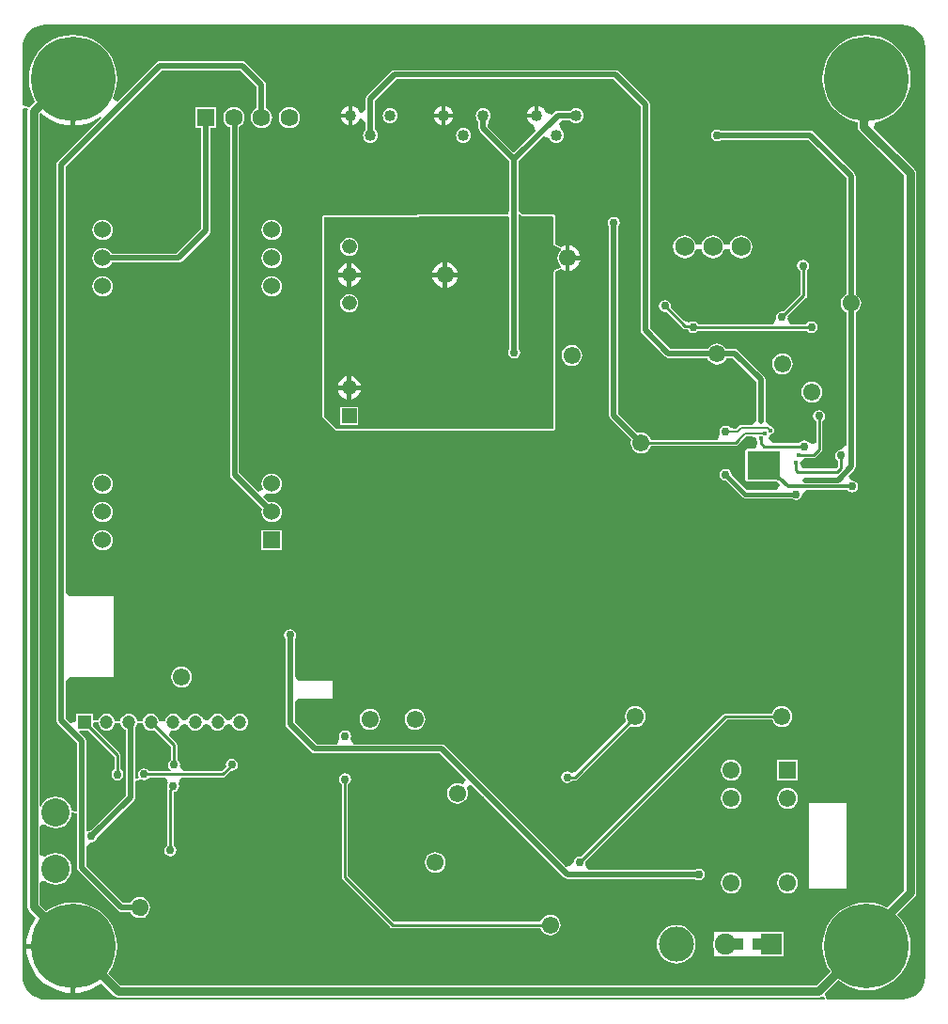
<source format=gbl>
G04*
G04 #@! TF.GenerationSoftware,Altium Limited,Altium Designer,20.0.11 (256)*
G04*
G04 Layer_Physical_Order=2*
G04 Layer_Color=16711680*
%FSLAX25Y25*%
%MOIN*%
G70*
G01*
G75*
%ADD15C,0.01000*%
%ADD18C,0.00800*%
%ADD122C,0.04000*%
%ADD125C,0.02000*%
%ADD126C,0.01500*%
%ADD127C,0.01200*%
%ADD129C,0.03000*%
%ADD134C,0.06000*%
%ADD135R,0.06000X0.06000*%
%ADD136C,0.10000*%
%ADD137R,0.06102X0.06102*%
%ADD138C,0.06102*%
%ADD139C,0.05228*%
%ADD140R,0.05228X0.05228*%
%ADD141C,0.30000*%
%ADD142R,0.07500X0.07500*%
%ADD143C,0.07500*%
%ADD144C,0.12500*%
%ADD145C,0.06890*%
%ADD146C,0.04724*%
%ADD147R,0.04724X0.04724*%
%ADD148R,0.06260X0.06260*%
%ADD149C,0.06260*%
%ADD150R,0.02000X0.02000*%
%ADD151R,0.02000X0.04000*%
%ADD152C,0.01968*%
%ADD153C,0.03000*%
%ADD154C,0.01600*%
%ADD155R,0.03500X0.04100*%
%ADD156R,0.04300X0.04100*%
%ADD157R,0.11458X0.10335*%
G36*
X20250Y311514D02*
X21658Y311606D01*
X23780Y312028D01*
X25828Y312723D01*
X27768Y313680D01*
X29269Y314683D01*
X29587Y314294D01*
X14047Y298753D01*
X13693Y298224D01*
X13569Y297600D01*
Y100798D01*
X13693Y100174D01*
X14047Y99645D01*
X20969Y92723D01*
Y68750D01*
X20604Y68409D01*
X19011Y68513D01*
X18911Y68576D01*
X18794Y69462D01*
X18230Y70824D01*
X17332Y71994D01*
X16162Y72892D01*
X14800Y73456D01*
X13338Y73648D01*
X11876Y73456D01*
X10514Y72892D01*
X9344Y71994D01*
X8446Y70824D01*
X8141Y70087D01*
X7641Y70186D01*
Y315613D01*
X8089Y316061D01*
X9434Y314882D01*
X11232Y313680D01*
X13172Y312723D01*
X15220Y312028D01*
X17342Y311606D01*
X18750Y311514D01*
Y328000D01*
X20250D01*
Y311514D01*
D02*
G37*
G36*
X44287Y99227D02*
X44586Y98506D01*
X45061Y97887D01*
X45679Y97413D01*
X46400Y97114D01*
X47173Y97012D01*
X47947Y97114D01*
X48319Y97268D01*
X54207Y91380D01*
Y86616D01*
X53814Y86354D01*
X53350Y85659D01*
X53187Y84840D01*
X53350Y84021D01*
X53814Y83326D01*
X54120Y83122D01*
X53969Y82622D01*
X46501D01*
X46238Y83014D01*
X45544Y83478D01*
X44724Y83641D01*
X43905Y83478D01*
X43210Y83014D01*
X42746Y82319D01*
X42583Y81500D01*
X42746Y80681D01*
X42840Y80540D01*
X42680Y80067D01*
X42131Y79880D01*
X41683Y80132D01*
X41636Y80192D01*
X41631Y80201D01*
Y81500D01*
X41600Y81658D01*
Y84842D01*
X41631Y85000D01*
Y98173D01*
X41887Y98506D01*
X42185Y99227D01*
X42261Y99802D01*
X44212D01*
X44287Y99227D01*
D02*
G37*
G36*
X28447Y99930D02*
X28539Y99227D01*
X28838Y98506D01*
X29313Y97887D01*
X29931Y97413D01*
X30652Y97114D01*
X31425Y97012D01*
X32199Y97114D01*
X32919Y97413D01*
X33538Y97887D01*
X34013Y98506D01*
X34311Y99227D01*
X34387Y99802D01*
X36338D01*
X36413Y99227D01*
X36712Y98506D01*
X37187Y97887D01*
X37805Y97413D01*
X38369Y97179D01*
Y85000D01*
X38400Y84842D01*
Y81658D01*
X38369Y81500D01*
Y74148D01*
X25821Y61600D01*
X25208Y61478D01*
X24731Y61159D01*
X24231Y61423D01*
Y93398D01*
X24107Y94023D01*
X23753Y94552D01*
X21730Y96576D01*
X21921Y97038D01*
X24927D01*
X34154Y87811D01*
Y83176D01*
X33762Y82914D01*
X33297Y82219D01*
X33134Y81400D01*
X33297Y80581D01*
X33762Y79886D01*
X34456Y79422D01*
X35276Y79259D01*
X36095Y79422D01*
X36790Y79886D01*
X37254Y80581D01*
X37417Y81400D01*
X37254Y82219D01*
X36790Y82914D01*
X36397Y83176D01*
Y88276D01*
X36312Y88705D01*
X36069Y89069D01*
X36069Y89069D01*
X26513Y98624D01*
Y99691D01*
X26878Y100033D01*
X28447Y99930D01*
D02*
G37*
G36*
X313500Y347369D02*
Y347369D01*
X315408Y347147D01*
X316711Y346752D01*
X318162Y345976D01*
X319433Y344933D01*
X320476Y343661D01*
X321252Y342211D01*
X321647Y340908D01*
X321869Y339000D01*
X321869Y339000D01*
X321869Y339000D01*
X321869Y337000D01*
Y10000D01*
X321869Y10000D01*
X321869Y10000D01*
X321647Y8092D01*
X321252Y6789D01*
X320476Y5339D01*
X319433Y4067D01*
X318162Y3024D01*
X316711Y2248D01*
X315408Y1853D01*
X313500Y1631D01*
X313500Y1631D01*
X311500Y1631D01*
X286988D01*
X286159Y3631D01*
X291029Y8501D01*
X291802Y7840D01*
X293896Y6557D01*
X296164Y5618D01*
X298552Y5044D01*
X301000Y4852D01*
X303448Y5044D01*
X305836Y5618D01*
X308104Y6557D01*
X310198Y7840D01*
X312065Y9435D01*
X313660Y11302D01*
X314943Y13396D01*
X315882Y15664D01*
X316456Y18052D01*
X316648Y20500D01*
X316456Y22948D01*
X315882Y25336D01*
X314943Y27604D01*
X313660Y29698D01*
X312065Y31565D01*
X312044Y32093D01*
X318014Y38063D01*
X318478Y38758D01*
X318641Y39577D01*
Y294500D01*
X318478Y295319D01*
X318014Y296014D01*
X303487Y310541D01*
X303477Y311042D01*
X304145Y312712D01*
X305836Y313118D01*
X308104Y314057D01*
X310198Y315340D01*
X312065Y316935D01*
X313660Y318802D01*
X314943Y320896D01*
X315882Y323164D01*
X316456Y325552D01*
X316648Y328000D01*
X316456Y330448D01*
X315882Y332836D01*
X314943Y335104D01*
X313660Y337198D01*
X312065Y339065D01*
X310198Y340660D01*
X308104Y341943D01*
X305836Y342882D01*
X303448Y343456D01*
X301000Y343648D01*
X298552Y343456D01*
X296164Y342882D01*
X293896Y341943D01*
X291802Y340660D01*
X289935Y339065D01*
X288340Y337198D01*
X287057Y335104D01*
X286118Y332836D01*
X285544Y330448D01*
X285352Y328000D01*
X285544Y325552D01*
X286118Y323164D01*
X287057Y320896D01*
X288340Y318802D01*
X289935Y316935D01*
X291802Y315340D01*
X293896Y314057D01*
X296164Y313118D01*
X297859Y312711D01*
Y311000D01*
X298022Y310181D01*
X298486Y309486D01*
X314359Y293613D01*
Y40464D01*
X308249Y34354D01*
X308104Y34443D01*
X305836Y35382D01*
X303448Y35956D01*
X301000Y36148D01*
X298552Y35956D01*
X296164Y35382D01*
X293896Y34443D01*
X291802Y33160D01*
X289935Y31565D01*
X288340Y29698D01*
X287057Y27604D01*
X286118Y25336D01*
X285544Y22948D01*
X285352Y20500D01*
X285544Y18052D01*
X286118Y15664D01*
X287057Y13396D01*
X288125Y11653D01*
X283113Y6641D01*
X36387D01*
X31960Y11068D01*
X32160Y11302D01*
X33443Y13396D01*
X34382Y15664D01*
X34956Y18052D01*
X35148Y20500D01*
X34956Y22948D01*
X34382Y25336D01*
X33443Y27604D01*
X32160Y29698D01*
X30565Y31565D01*
X28698Y33160D01*
X26604Y34443D01*
X24336Y35382D01*
X21948Y35956D01*
X19500Y36148D01*
X17052Y35956D01*
X14664Y35382D01*
X12396Y34443D01*
X10302Y33160D01*
X10068Y32960D01*
X7641Y35387D01*
Y42940D01*
X8513Y43486D01*
X9641Y43778D01*
X10514Y43108D01*
X11876Y42544D01*
X13338Y42352D01*
X14800Y42544D01*
X16162Y43108D01*
X17332Y44006D01*
X18230Y45176D01*
X18794Y46538D01*
X18986Y48000D01*
X18794Y49462D01*
X18230Y50824D01*
X17332Y51994D01*
X16162Y52892D01*
X14800Y53456D01*
X13338Y53648D01*
X11876Y53456D01*
X10514Y52892D01*
X9641Y52222D01*
X8513Y52514D01*
X7641Y53060D01*
Y62940D01*
X8513Y63486D01*
X9641Y63778D01*
X10514Y63108D01*
X11876Y62544D01*
X13338Y62352D01*
X14800Y62544D01*
X16162Y63108D01*
X17332Y64006D01*
X18230Y65176D01*
X18794Y66538D01*
X18969Y67865D01*
X20969Y67734D01*
Y48400D01*
X21093Y47776D01*
X21447Y47247D01*
X35527Y33166D01*
X36056Y32813D01*
X36680Y32688D01*
X39884D01*
X39971Y32478D01*
X40556Y31716D01*
X41319Y31130D01*
X42207Y30762D01*
X43160Y30637D01*
X43723Y30711D01*
X44241Y30608D01*
X44241Y30608D01*
X44865Y30732D01*
X45394Y31086D01*
X45748Y31615D01*
X45748Y31615D01*
X45769Y31721D01*
X46350Y32478D01*
X46718Y33367D01*
X46843Y34320D01*
X46718Y35273D01*
X46350Y36161D01*
X45764Y36924D01*
X45002Y37509D01*
X44114Y37877D01*
X43160Y38002D01*
X42207Y37877D01*
X41319Y37509D01*
X40556Y36924D01*
X39971Y36161D01*
X39884Y35951D01*
X37356D01*
X24231Y49076D01*
Y55832D01*
X24358Y56052D01*
X26028Y57359D01*
X26847Y57522D01*
X27542Y57986D01*
X28006Y58681D01*
X28128Y59293D01*
X41153Y72319D01*
X41507Y72848D01*
X41631Y73472D01*
Y78819D01*
X42145Y79198D01*
X43631Y79705D01*
X43905Y79522D01*
X44724Y79359D01*
X45544Y79522D01*
X46238Y79986D01*
X46501Y80378D01*
X52316D01*
X52580Y80052D01*
X53202Y78378D01*
X53069Y78179D01*
X52906Y77360D01*
X53069Y76540D01*
X53129Y76451D01*
X52964Y76203D01*
X52878Y75774D01*
X52878Y75774D01*
Y56272D01*
X52486Y56010D01*
X52022Y55315D01*
X51859Y54496D01*
X52022Y53677D01*
X52486Y52982D01*
X53181Y52518D01*
X54000Y52355D01*
X54819Y52518D01*
X55514Y52982D01*
X55978Y53677D01*
X56141Y54496D01*
X55978Y55315D01*
X55514Y56010D01*
X55122Y56272D01*
Y75234D01*
X55867Y75382D01*
X56561Y75846D01*
X57025Y76540D01*
X57188Y77360D01*
X57025Y78179D01*
X56892Y78378D01*
X57514Y80052D01*
X57778Y80378D01*
X72660D01*
X72660Y80378D01*
X73089Y80464D01*
X73453Y80707D01*
X75597Y82851D01*
X75910Y82789D01*
X76729Y82952D01*
X77424Y83416D01*
X77888Y84111D01*
X78051Y84930D01*
X77888Y85750D01*
X77424Y86444D01*
X76729Y86909D01*
X75910Y87072D01*
X75090Y86909D01*
X74396Y86444D01*
X73932Y85750D01*
X73769Y84930D01*
X73891Y84317D01*
X72195Y82622D01*
X58777D01*
X58365Y83014D01*
X57426Y84622D01*
X57469Y84840D01*
X57306Y85659D01*
X56842Y86354D01*
X56450Y86616D01*
Y91845D01*
X56450Y91845D01*
X56364Y92274D01*
X56121Y92638D01*
X56121Y92638D01*
X53482Y95277D01*
X54071Y96642D01*
X54504Y97084D01*
X55047Y97012D01*
X55821Y97114D01*
X56541Y97413D01*
X57160Y97887D01*
X57635Y98506D01*
X57859Y99046D01*
X58984Y99283D01*
X60110Y99046D01*
X60334Y98506D01*
X60809Y97887D01*
X61427Y97413D01*
X62148Y97114D01*
X62921Y97012D01*
X63695Y97114D01*
X64415Y97413D01*
X65034Y97887D01*
X65509Y98506D01*
X65733Y99046D01*
X66858Y99283D01*
X67984Y99046D01*
X68208Y98506D01*
X68683Y97887D01*
X69301Y97413D01*
X70022Y97114D01*
X70795Y97012D01*
X71569Y97114D01*
X72289Y97413D01*
X72908Y97887D01*
X73383Y98506D01*
X73606Y99046D01*
X74732Y99283D01*
X75858Y99046D01*
X76082Y98506D01*
X76557Y97887D01*
X77175Y97413D01*
X77896Y97114D01*
X78669Y97012D01*
X79443Y97114D01*
X80163Y97413D01*
X80782Y97887D01*
X81257Y98506D01*
X81555Y99227D01*
X81657Y100000D01*
X81555Y100773D01*
X81257Y101494D01*
X80782Y102113D01*
X80163Y102587D01*
X79443Y102886D01*
X78669Y102988D01*
X77896Y102886D01*
X77175Y102587D01*
X76557Y102113D01*
X76082Y101494D01*
X75858Y100954D01*
X74732Y100717D01*
X73606Y100954D01*
X73383Y101494D01*
X72908Y102113D01*
X72289Y102587D01*
X71569Y102886D01*
X70795Y102988D01*
X70022Y102886D01*
X69301Y102587D01*
X68683Y102113D01*
X68208Y101494D01*
X67984Y100954D01*
X66858Y100717D01*
X65733Y100954D01*
X65509Y101494D01*
X65034Y102113D01*
X64415Y102587D01*
X63695Y102886D01*
X62921Y102988D01*
X62148Y102886D01*
X61427Y102587D01*
X60809Y102113D01*
X60334Y101494D01*
X60110Y100954D01*
X58984Y100717D01*
X57859Y100954D01*
X57635Y101494D01*
X57160Y102113D01*
X56541Y102587D01*
X55821Y102886D01*
X55047Y102988D01*
X54274Y102886D01*
X53553Y102587D01*
X52935Y102113D01*
X52460Y101494D01*
X52161Y100773D01*
X52119Y100451D01*
X50102D01*
X50059Y100773D01*
X49761Y101494D01*
X49286Y102113D01*
X48667Y102587D01*
X47947Y102886D01*
X47173Y102988D01*
X46400Y102886D01*
X45679Y102587D01*
X45061Y102113D01*
X44586Y101494D01*
X44287Y100773D01*
X44245Y100451D01*
X42228D01*
X42185Y100773D01*
X41887Y101494D01*
X41412Y102113D01*
X40793Y102587D01*
X40073Y102886D01*
X39299Y102988D01*
X38526Y102886D01*
X37805Y102587D01*
X37187Y102113D01*
X36712Y101494D01*
X36413Y100773D01*
X36371Y100451D01*
X34354D01*
X34311Y100773D01*
X34013Y101494D01*
X33538Y102113D01*
X32919Y102587D01*
X32199Y102886D01*
X31425Y102988D01*
X30652Y102886D01*
X29931Y102587D01*
X29313Y102113D01*
X28838Y101494D01*
X28539Y100773D01*
X28513Y100577D01*
X26513Y100708D01*
Y102962D01*
X20589D01*
Y100330D01*
X18741Y99564D01*
X16831Y101474D01*
Y114607D01*
X18254Y116000D01*
X18831Y116000D01*
X34000D01*
Y144500D01*
X18831D01*
X18254Y144500D01*
X16831Y145893D01*
Y296924D01*
X51016Y331109D01*
X78824D01*
X84757Y325177D01*
Y317692D01*
X84507Y317589D01*
X83728Y316991D01*
X83130Y316212D01*
X82754Y315304D01*
X82626Y314331D01*
X82754Y313357D01*
X83130Y312449D01*
X83728Y311670D01*
X84507Y311072D01*
X85414Y310697D01*
X86388Y310568D01*
X87362Y310697D01*
X88269Y311072D01*
X89048Y311670D01*
X89646Y312449D01*
X90022Y313357D01*
X90150Y314331D01*
X90022Y315304D01*
X89646Y316212D01*
X89048Y316991D01*
X88269Y317589D01*
X88019Y317692D01*
Y325852D01*
X87895Y326477D01*
X87542Y327006D01*
X80654Y333894D01*
X80124Y334247D01*
X79500Y334371D01*
X50340D01*
X49716Y334247D01*
X49187Y333894D01*
X35149Y319856D01*
X33443Y320896D01*
X34382Y323164D01*
X34956Y325552D01*
X35148Y328000D01*
X34956Y330448D01*
X34382Y332836D01*
X33443Y335104D01*
X32160Y337198D01*
X30565Y339065D01*
X28698Y340660D01*
X26604Y341943D01*
X24336Y342882D01*
X21948Y343456D01*
X19500Y343648D01*
X17052Y343456D01*
X14664Y342882D01*
X12396Y341943D01*
X10302Y340660D01*
X8435Y339065D01*
X6840Y337198D01*
X5557Y335104D01*
X4618Y332836D01*
X4044Y330448D01*
X3852Y328000D01*
X4044Y325552D01*
X4618Y323164D01*
X5557Y320896D01*
X6055Y320083D01*
X3986Y318014D01*
X1954Y318521D01*
X1631Y318742D01*
Y339000D01*
X1617Y339073D01*
X1771Y340637D01*
X2248Y342211D01*
X3024Y343661D01*
X4067Y344933D01*
X5339Y345976D01*
X6789Y346752D01*
X8092Y347147D01*
X10000Y347369D01*
Y347369D01*
X12000Y347369D01*
X313500D01*
X313500Y347369D01*
D02*
G37*
G36*
X3100Y317566D02*
X3522Y317319D01*
X3359Y316500D01*
Y34500D01*
X3522Y33681D01*
X3986Y32986D01*
X6393Y30579D01*
X6382Y30566D01*
X5180Y28768D01*
X4223Y26828D01*
X3528Y24780D01*
X3106Y22658D01*
X3014Y21250D01*
X19500D01*
Y20500D01*
X20250D01*
Y4014D01*
X21658Y4106D01*
X23780Y4528D01*
X25828Y5223D01*
X27768Y6180D01*
X29566Y7382D01*
X29579Y7393D01*
X33986Y2986D01*
X34681Y2522D01*
X35500Y2359D01*
X284000D01*
X284819Y2522D01*
X285254Y2812D01*
X285856Y2667D01*
X286113Y2047D01*
X285835Y1631D01*
X10000D01*
X10000Y1631D01*
Y1631D01*
X9511Y1658D01*
X8363Y1771D01*
X6789Y2248D01*
X5339Y3024D01*
X4067Y4067D01*
X3024Y5339D01*
X2248Y6789D01*
X1771Y8363D01*
X1658Y9511D01*
X1631Y10000D01*
X1631D01*
Y317439D01*
X2131Y317808D01*
X3100Y317566D01*
D02*
G37*
%LPC*%
G36*
X183250Y318431D02*
X183086Y318410D01*
X182235Y318057D01*
X181504Y317496D01*
X180943Y316765D01*
X180590Y315914D01*
X180569Y315750D01*
X183250D01*
Y318431D01*
D02*
G37*
G36*
X151750D02*
Y315750D01*
X154431D01*
X154410Y315914D01*
X154057Y316765D01*
X153496Y317496D01*
X152765Y318057D01*
X151914Y318410D01*
X151750Y318431D01*
D02*
G37*
G36*
X150250D02*
X150086Y318410D01*
X149235Y318057D01*
X148504Y317496D01*
X147943Y316765D01*
X147590Y315914D01*
X147569Y315750D01*
X150250D01*
Y318431D01*
D02*
G37*
G36*
X117250D02*
X117086Y318410D01*
X116235Y318057D01*
X115504Y317496D01*
X114943Y316765D01*
X114590Y315914D01*
X114568Y315750D01*
X117250D01*
Y318431D01*
D02*
G37*
G36*
X132000Y317622D02*
X131321Y317533D01*
X130689Y317271D01*
X130146Y316854D01*
X129729Y316311D01*
X129467Y315679D01*
X129378Y315000D01*
X129467Y314321D01*
X129729Y313689D01*
X130146Y313146D01*
X130689Y312729D01*
X131321Y312467D01*
X132000Y312378D01*
X132679Y312467D01*
X133311Y312729D01*
X133854Y313146D01*
X134271Y313689D01*
X134533Y314321D01*
X134622Y315000D01*
X134533Y315679D01*
X134271Y316311D01*
X133854Y316854D01*
X133311Y317271D01*
X132679Y317533D01*
X132000Y317622D01*
D02*
G37*
G36*
X154431Y314250D02*
X151750D01*
Y311568D01*
X151914Y311590D01*
X152765Y311943D01*
X153496Y312504D01*
X154057Y313235D01*
X154410Y314086D01*
X154431Y314250D01*
D02*
G37*
G36*
X150250D02*
X147569D01*
X147590Y314086D01*
X147943Y313235D01*
X148504Y312504D01*
X149235Y311943D01*
X150086Y311590D01*
X150250Y311568D01*
Y314250D01*
D02*
G37*
G36*
X117250D02*
X114568D01*
X114590Y314086D01*
X114943Y313235D01*
X115504Y312504D01*
X116235Y311943D01*
X117086Y311590D01*
X117250Y311568D01*
Y314250D01*
D02*
G37*
G36*
X96231Y318093D02*
X95257Y317964D01*
X94349Y317589D01*
X93570Y316991D01*
X92972Y316212D01*
X92597Y315304D01*
X92468Y314331D01*
X92597Y313357D01*
X92972Y312449D01*
X93570Y311670D01*
X94349Y311072D01*
X95257Y310697D01*
X96231Y310568D01*
X97204Y310697D01*
X98111Y311072D01*
X98891Y311670D01*
X99489Y312449D01*
X99864Y313357D01*
X99993Y314331D01*
X99864Y315304D01*
X99489Y316212D01*
X98891Y316991D01*
X98111Y317589D01*
X97204Y317964D01*
X96231Y318093D01*
D02*
G37*
G36*
X158000Y310622D02*
X157321Y310533D01*
X156689Y310271D01*
X156146Y309854D01*
X155729Y309311D01*
X155467Y308679D01*
X155378Y308000D01*
X155467Y307321D01*
X155729Y306689D01*
X156146Y306146D01*
X156689Y305729D01*
X157321Y305467D01*
X158000Y305378D01*
X158679Y305467D01*
X159311Y305729D01*
X159854Y306146D01*
X160271Y306689D01*
X160533Y307321D01*
X160622Y308000D01*
X160533Y308679D01*
X160271Y309311D01*
X159854Y309854D01*
X159311Y310271D01*
X158679Y310533D01*
X158000Y310622D01*
D02*
G37*
G36*
X184750Y318431D02*
Y315000D01*
X184000D01*
Y314250D01*
X180569D01*
X180590Y314086D01*
X180943Y313235D01*
X181504Y312504D01*
X182235Y311943D01*
X183086Y311590D01*
X183687Y309494D01*
X176000Y301807D01*
X166721Y311086D01*
X166802Y313105D01*
X166854Y313146D01*
X167271Y313689D01*
X167533Y314321D01*
X167622Y315000D01*
X167533Y315679D01*
X167271Y316311D01*
X166854Y316854D01*
X166311Y317271D01*
X165679Y317533D01*
X165000Y317622D01*
X164321Y317533D01*
X163689Y317271D01*
X163146Y316854D01*
X162729Y316311D01*
X162467Y315679D01*
X162378Y315000D01*
X162467Y314321D01*
X162729Y313689D01*
X163146Y313146D01*
X163369Y312975D01*
Y310500D01*
X163493Y309876D01*
X163847Y309346D01*
X174369Y298824D01*
Y281846D01*
X174011Y279996D01*
X108497Y279649D01*
X108269Y279554D01*
X108041Y279459D01*
X108040Y279457D01*
X108038Y279457D01*
X107945Y279229D01*
X107851Y279000D01*
Y208500D01*
X108041Y208041D01*
X112541Y203541D01*
X113000Y203351D01*
X188918Y203350D01*
X190000Y203350D01*
X190000Y203351D01*
X190459Y203541D01*
X190649Y204000D01*
X190649Y204000D01*
X190649Y205082D01*
X190649Y259581D01*
X192649Y260567D01*
X192705Y260525D01*
X193812Y260066D01*
X194250Y260008D01*
Y264500D01*
Y268992D01*
X193812Y268934D01*
X192705Y268476D01*
X192649Y268433D01*
X190649Y269419D01*
X190649Y278470D01*
X190649Y279077D01*
X190649Y279077D01*
X190649Y279078D01*
X190649Y279078D01*
X190649Y279079D01*
X190555Y279306D01*
X190554Y279306D01*
X190459Y279536D01*
X190458Y279537D01*
X190458Y279537D01*
X190458Y279537D01*
X190104Y279890D01*
X190103Y279890D01*
X190103Y279890D01*
X190102Y279891D01*
X189873Y279984D01*
X189873Y279985D01*
X189644Y280079D01*
X189644Y280079D01*
X189643Y280078D01*
X189642Y280079D01*
X189642Y280079D01*
X189063Y280076D01*
X189063Y280076D01*
X189033Y280076D01*
X179049Y280023D01*
X177631Y281433D01*
Y298824D01*
X186412Y307605D01*
X187453Y307461D01*
X188610Y306975D01*
X188729Y306689D01*
X189146Y306146D01*
X189689Y305729D01*
X190321Y305467D01*
X191000Y305378D01*
X191679Y305467D01*
X192311Y305729D01*
X192854Y306146D01*
X193271Y306689D01*
X193533Y307321D01*
X193622Y308000D01*
X193533Y308679D01*
X193271Y309311D01*
X192854Y309854D01*
X192557Y310083D01*
X192073Y312248D01*
X193079Y313369D01*
X195975D01*
X196146Y313146D01*
X196689Y312729D01*
X197321Y312467D01*
X198000Y312378D01*
X198679Y312467D01*
X199311Y312729D01*
X199854Y313146D01*
X200271Y313689D01*
X200533Y314321D01*
X200622Y315000D01*
X200533Y315679D01*
X200271Y316311D01*
X199854Y316854D01*
X199311Y317271D01*
X198679Y317533D01*
X198000Y317622D01*
X197321Y317533D01*
X196689Y317271D01*
X196146Y316854D01*
X195975Y316631D01*
X191500D01*
X190876Y316507D01*
X190347Y316154D01*
X189506Y315313D01*
X187410Y315914D01*
X187057Y316765D01*
X186496Y317496D01*
X185765Y318057D01*
X184914Y318410D01*
X184750Y318431D01*
D02*
G37*
G36*
X90000Y278131D02*
X89060Y278007D01*
X88184Y277645D01*
X87432Y277067D01*
X86855Y276315D01*
X86493Y275440D01*
X86369Y274500D01*
X86493Y273560D01*
X86855Y272685D01*
X87432Y271933D01*
X88184Y271355D01*
X89060Y270993D01*
X90000Y270869D01*
X90940Y270993D01*
X91816Y271355D01*
X92568Y271933D01*
X93145Y272685D01*
X93507Y273560D01*
X93631Y274500D01*
X93507Y275440D01*
X93145Y276315D01*
X92568Y277067D01*
X91816Y277645D01*
X90940Y278007D01*
X90000Y278131D01*
D02*
G37*
G36*
X30000D02*
X29060Y278007D01*
X28185Y277645D01*
X27433Y277067D01*
X26855Y276315D01*
X26493Y275440D01*
X26369Y274500D01*
X26493Y273560D01*
X26855Y272685D01*
X27433Y271933D01*
X28185Y271355D01*
X29060Y270993D01*
X30000Y270869D01*
X30940Y270993D01*
X31815Y271355D01*
X32568Y271933D01*
X33145Y272685D01*
X33507Y273560D01*
X33631Y274500D01*
X33507Y275440D01*
X33145Y276315D01*
X32568Y277067D01*
X31815Y277645D01*
X30940Y278007D01*
X30000Y278131D01*
D02*
G37*
G36*
X256500Y272580D02*
X255444Y272441D01*
X254460Y272033D01*
X253615Y271385D01*
X252967Y270540D01*
X252648Y269771D01*
X252559Y269556D01*
X252474Y269390D01*
X250526D01*
X250441Y269556D01*
X250373Y269719D01*
X250033Y270540D01*
X249385Y271385D01*
X248540Y272033D01*
X247556Y272441D01*
X246500Y272580D01*
X245444Y272441D01*
X244460Y272033D01*
X243615Y271385D01*
X242967Y270540D01*
X242648Y269771D01*
X242559Y269556D01*
X242474Y269390D01*
X240526D01*
X240441Y269556D01*
X240373Y269719D01*
X240033Y270540D01*
X239385Y271385D01*
X238540Y272033D01*
X237556Y272441D01*
X236500Y272580D01*
X235444Y272441D01*
X234460Y272033D01*
X233615Y271385D01*
X232967Y270540D01*
X232559Y269556D01*
X232420Y268500D01*
X232559Y267444D01*
X232967Y266460D01*
X233615Y265615D01*
X234460Y264967D01*
X235444Y264559D01*
X236500Y264420D01*
X237556Y264559D01*
X238540Y264967D01*
X239385Y265615D01*
X240033Y266460D01*
X240352Y267229D01*
X240441Y267444D01*
X240526Y267610D01*
X242474D01*
X242559Y267444D01*
X242627Y267281D01*
X242967Y266460D01*
X243615Y265615D01*
X244460Y264967D01*
X245444Y264559D01*
X246500Y264420D01*
X247556Y264559D01*
X248540Y264967D01*
X249385Y265615D01*
X250033Y266460D01*
X250352Y267229D01*
X250441Y267444D01*
X250526Y267610D01*
X252474D01*
X252559Y267444D01*
X252627Y267281D01*
X252967Y266460D01*
X253615Y265615D01*
X254460Y264967D01*
X255444Y264559D01*
X256500Y264420D01*
X257556Y264559D01*
X258540Y264967D01*
X259385Y265615D01*
X260033Y266460D01*
X260441Y267444D01*
X260580Y268500D01*
X260441Y269556D01*
X260033Y270540D01*
X259385Y271385D01*
X258540Y272033D01*
X257556Y272441D01*
X256500Y272580D01*
D02*
G37*
G36*
X70433Y318060D02*
X62973D01*
Y310601D01*
X65069D01*
Y274876D01*
X56324Y266131D01*
X33221D01*
X33145Y266316D01*
X32568Y267068D01*
X31815Y267645D01*
X30940Y268007D01*
X30000Y268131D01*
X29060Y268007D01*
X28185Y267645D01*
X27433Y267068D01*
X26855Y266316D01*
X26493Y265440D01*
X26369Y264500D01*
X26493Y263560D01*
X26855Y262684D01*
X27433Y261932D01*
X28185Y261355D01*
X29060Y260993D01*
X30000Y260869D01*
X30940Y260993D01*
X31815Y261355D01*
X32568Y261932D01*
X33145Y262684D01*
X33221Y262869D01*
X57000D01*
X57624Y262993D01*
X58153Y263347D01*
X67853Y273046D01*
X68207Y273576D01*
X68331Y274200D01*
Y310601D01*
X70433D01*
Y318060D01*
D02*
G37*
G36*
X195750Y268992D02*
Y265250D01*
X199492D01*
X199434Y265688D01*
X198976Y266795D01*
X198246Y267746D01*
X197295Y268476D01*
X196188Y268934D01*
X195750Y268992D01*
D02*
G37*
G36*
X90000Y268131D02*
X89060Y268007D01*
X88184Y267645D01*
X87432Y267068D01*
X86855Y266316D01*
X86493Y265440D01*
X86369Y264500D01*
X86493Y263560D01*
X86855Y262684D01*
X87432Y261932D01*
X88184Y261355D01*
X89060Y260993D01*
X90000Y260869D01*
X90940Y260993D01*
X91816Y261355D01*
X92568Y261932D01*
X93145Y262684D01*
X93507Y263560D01*
X93631Y264500D01*
X93507Y265440D01*
X93145Y266316D01*
X92568Y267068D01*
X91816Y267645D01*
X90940Y268007D01*
X90000Y268131D01*
D02*
G37*
G36*
X199492Y263750D02*
X195750D01*
Y260008D01*
X196188Y260066D01*
X197295Y260525D01*
X198246Y261254D01*
X198976Y262205D01*
X199434Y263312D01*
X199492Y263750D01*
D02*
G37*
G36*
X90000Y258131D02*
X89060Y258007D01*
X88184Y257645D01*
X87432Y257067D01*
X86855Y256315D01*
X86493Y255440D01*
X86369Y254500D01*
X86493Y253560D01*
X86855Y252684D01*
X87432Y251933D01*
X88184Y251355D01*
X89060Y250993D01*
X90000Y250869D01*
X90940Y250993D01*
X91816Y251355D01*
X92568Y251933D01*
X93145Y252684D01*
X93507Y253560D01*
X93631Y254500D01*
X93507Y255440D01*
X93145Y256315D01*
X92568Y257067D01*
X91816Y257645D01*
X90940Y258007D01*
X90000Y258131D01*
D02*
G37*
G36*
X30000D02*
X29060Y258007D01*
X28185Y257645D01*
X27433Y257067D01*
X26855Y256315D01*
X26493Y255440D01*
X26369Y254500D01*
X26493Y253560D01*
X26855Y252684D01*
X27433Y251933D01*
X28185Y251355D01*
X29060Y250993D01*
X30000Y250869D01*
X30940Y250993D01*
X31815Y251355D01*
X32568Y251933D01*
X33145Y252684D01*
X33507Y253560D01*
X33631Y254500D01*
X33507Y255440D01*
X33145Y256315D01*
X32568Y257067D01*
X31815Y257645D01*
X30940Y258007D01*
X30000Y258131D01*
D02*
G37*
G36*
X278557Y263908D02*
X277737Y263745D01*
X277043Y263281D01*
X276578Y262586D01*
X276415Y261766D01*
X276578Y260947D01*
X277043Y260252D01*
X277619Y259868D01*
Y251705D01*
X271463Y245549D01*
X271000Y245641D01*
X270181Y245478D01*
X269486Y245014D01*
X269022Y244319D01*
X268859Y243500D01*
X268954Y243022D01*
X268278Y241729D01*
X267725Y241021D01*
X241343D01*
X241014Y241514D01*
X240319Y241978D01*
X239500Y242141D01*
X238681Y241978D01*
X237986Y241514D01*
X236259Y242327D01*
X231549Y247037D01*
X231641Y247500D01*
X231478Y248319D01*
X231014Y249014D01*
X230319Y249478D01*
X229500Y249641D01*
X228681Y249478D01*
X227986Y249014D01*
X227522Y248319D01*
X227359Y247500D01*
X227522Y246681D01*
X227986Y245986D01*
X228681Y245522D01*
X229500Y245359D01*
X229963Y245451D01*
X235824Y239590D01*
X235824Y239590D01*
X236188Y239347D01*
X236617Y239261D01*
X237506D01*
X237522Y239181D01*
X237986Y238486D01*
X238681Y238022D01*
X239500Y237859D01*
X240319Y238022D01*
X241014Y238486D01*
X241209Y238778D01*
X279791D01*
X279986Y238486D01*
X280681Y238022D01*
X281500Y237859D01*
X282319Y238022D01*
X283014Y238486D01*
X283478Y239181D01*
X283641Y240000D01*
X283478Y240819D01*
X283014Y241514D01*
X282319Y241978D01*
X281500Y242141D01*
X280681Y241978D01*
X279986Y241514D01*
X279657Y241021D01*
X274275D01*
X273722Y241729D01*
X273046Y243022D01*
X273141Y243500D01*
X273049Y243963D01*
X279533Y250447D01*
X279776Y250811D01*
X279862Y251240D01*
X279862Y251240D01*
Y260113D01*
X280071Y260252D01*
X280535Y260947D01*
X280698Y261766D01*
X280535Y262586D01*
X280071Y263281D01*
X279376Y263745D01*
X278557Y263908D01*
D02*
G37*
G36*
X196500Y233683D02*
X195547Y233557D01*
X194659Y233189D01*
X193896Y232604D01*
X193311Y231841D01*
X192943Y230953D01*
X192817Y230000D01*
X192943Y229047D01*
X193311Y228159D01*
X193896Y227396D01*
X194659Y226811D01*
X195547Y226443D01*
X196500Y226317D01*
X197453Y226443D01*
X198341Y226811D01*
X199104Y227396D01*
X199689Y228159D01*
X200057Y229047D01*
X200183Y230000D01*
X200057Y230953D01*
X199689Y231841D01*
X199104Y232604D01*
X198341Y233189D01*
X197453Y233557D01*
X196500Y233683D01*
D02*
G37*
G36*
X271200Y230683D02*
X270247Y230557D01*
X269359Y230189D01*
X268596Y229604D01*
X268011Y228841D01*
X267643Y227953D01*
X267517Y227000D01*
X267643Y226047D01*
X268011Y225159D01*
X268596Y224396D01*
X269359Y223811D01*
X270247Y223443D01*
X271200Y223317D01*
X272153Y223443D01*
X273041Y223811D01*
X273804Y224396D01*
X274389Y225159D01*
X274757Y226047D01*
X274883Y227000D01*
X274757Y227953D01*
X274389Y228841D01*
X273804Y229604D01*
X273041Y230189D01*
X272153Y230557D01*
X271200Y230683D01*
D02*
G37*
G36*
X281653Y220683D02*
X280700Y220557D01*
X279812Y220189D01*
X279049Y219604D01*
X278464Y218841D01*
X278096Y217953D01*
X277971Y217000D01*
X278096Y216047D01*
X278464Y215159D01*
X279049Y214396D01*
X279812Y213811D01*
X280700Y213443D01*
X281653Y213317D01*
X282607Y213443D01*
X283495Y213811D01*
X284258Y214396D01*
X284843Y215159D01*
X285211Y216047D01*
X285336Y217000D01*
X285211Y217953D01*
X284843Y218841D01*
X284258Y219604D01*
X283495Y220189D01*
X282607Y220557D01*
X281653Y220683D01*
D02*
G37*
G36*
X133500Y331131D02*
X132876Y331007D01*
X132346Y330654D01*
X123846Y322153D01*
X123493Y321624D01*
X123369Y321000D01*
Y317464D01*
X122045Y316012D01*
X121410Y315914D01*
X121382Y315981D01*
X121057Y316765D01*
X120496Y317496D01*
X119765Y318057D01*
X118914Y318410D01*
X118750Y318431D01*
Y315000D01*
Y311568D01*
X118914Y311590D01*
X119765Y311943D01*
X120496Y312504D01*
X121057Y313235D01*
X121382Y314019D01*
X121410Y314086D01*
X122045Y313988D01*
X123369Y312536D01*
Y310026D01*
X123146Y309854D01*
X122729Y309311D01*
X122467Y308679D01*
X122378Y308000D01*
X122467Y307321D01*
X122729Y306689D01*
X123146Y306146D01*
X123689Y305729D01*
X124321Y305467D01*
X125000Y305378D01*
X125679Y305467D01*
X126311Y305729D01*
X126854Y306146D01*
X127271Y306689D01*
X127533Y307321D01*
X127622Y308000D01*
X127533Y308679D01*
X127271Y309311D01*
X126854Y309854D01*
X126631Y310026D01*
Y320324D01*
X134176Y327869D01*
X211324D01*
X220869Y318324D01*
Y282500D01*
Y239000D01*
X220993Y238376D01*
X221346Y237846D01*
X229614Y229578D01*
X230144Y229225D01*
X230768Y229101D01*
X244585D01*
X244768Y228659D01*
X245353Y227896D01*
X246116Y227311D01*
X247004Y226943D01*
X247957Y226817D01*
X248910Y226943D01*
X249798Y227311D01*
X250561Y227896D01*
X251146Y228659D01*
X251329Y229101D01*
X253592D01*
X261884Y220809D01*
Y206700D01*
X260202Y205453D01*
X256550D01*
X256159Y205375D01*
X255829Y205154D01*
X254723Y204048D01*
X252751Y204159D01*
X252514Y204514D01*
X251819Y204978D01*
X251000Y205141D01*
X250181Y204978D01*
X249486Y204514D01*
X249022Y203819D01*
X248859Y203000D01*
X249022Y202181D01*
X249061Y202122D01*
X248224Y200172D01*
X248175Y200122D01*
X224487D01*
X224189Y200841D01*
X223604Y201604D01*
X222841Y202189D01*
X221953Y202557D01*
X221000Y202683D01*
X220047Y202557D01*
X219837Y202470D01*
X212940Y209367D01*
Y275662D01*
X213287Y276181D01*
X213450Y277000D01*
X213287Y277819D01*
X212823Y278514D01*
X212128Y278978D01*
X211309Y279141D01*
X210489Y278978D01*
X209795Y278514D01*
X209331Y277819D01*
X209168Y277000D01*
X209331Y276181D01*
X209677Y275662D01*
Y208691D01*
X209802Y208067D01*
X210155Y207538D01*
X217530Y200163D01*
X217443Y199953D01*
X217317Y199000D01*
X217443Y198047D01*
X217811Y197159D01*
X218396Y196396D01*
X219159Y195811D01*
X220047Y195443D01*
X221000Y195317D01*
X221953Y195443D01*
X222841Y195811D01*
X223604Y196396D01*
X224189Y197159D01*
X224487Y197878D01*
X254500D01*
X254500Y197878D01*
X254929Y197964D01*
X255293Y198207D01*
X256293Y199207D01*
X256536Y199571D01*
X256542Y199600D01*
X258313Y201371D01*
X260204D01*
X261781Y200717D01*
X262369Y198742D01*
X261930Y197700D01*
X261581Y197148D01*
X261278Y196866D01*
X258751D01*
X258292Y196676D01*
X258101Y196217D01*
Y185882D01*
X258292Y185423D01*
X258751Y185232D01*
X269402D01*
X270274Y184117D01*
X269407Y182176D01*
X258424D01*
X253109Y187491D01*
X253141Y187654D01*
X252978Y188473D01*
X252514Y189168D01*
X251819Y189632D01*
X251000Y189795D01*
X250181Y189632D01*
X249486Y189168D01*
X249022Y188473D01*
X248859Y187654D01*
X249022Y186834D01*
X249486Y186140D01*
X250181Y185675D01*
X251000Y185512D01*
X251162Y185545D01*
X256880Y179827D01*
X257327Y179528D01*
X257854Y179424D01*
X274394D01*
X274486Y179286D01*
X275181Y178822D01*
X276000Y178659D01*
X276819Y178822D01*
X277514Y179286D01*
X277978Y179981D01*
X278141Y180800D01*
X279761Y182276D01*
X294233D01*
X294427Y181986D01*
X295122Y181522D01*
X295941Y181359D01*
X296760Y181522D01*
X297455Y181986D01*
X297919Y182681D01*
X298082Y183500D01*
X297919Y184319D01*
X297455Y185014D01*
X296760Y185478D01*
X295941Y185641D01*
X295736Y185600D01*
X294751Y187444D01*
X296654Y189347D01*
X297007Y189876D01*
X297131Y190500D01*
Y230500D01*
Y245224D01*
X297341Y245311D01*
X298104Y245896D01*
X298689Y246659D01*
X299057Y247547D01*
X299183Y248500D01*
X299057Y249453D01*
X298689Y250341D01*
X298104Y251104D01*
X297341Y251689D01*
X297131Y251776D01*
Y293500D01*
X297007Y294124D01*
X296654Y294654D01*
X282154Y309154D01*
X281624Y309507D01*
X281000Y309631D01*
X249338D01*
X248819Y309978D01*
X248000Y310141D01*
X247181Y309978D01*
X246486Y309514D01*
X246022Y308819D01*
X245859Y308000D01*
X246022Y307181D01*
X246486Y306486D01*
X247181Y306022D01*
X248000Y305859D01*
X248819Y306022D01*
X249338Y306369D01*
X280324D01*
X293869Y292824D01*
Y251776D01*
X293659Y251689D01*
X292896Y251104D01*
X292311Y250341D01*
X291943Y249453D01*
X291817Y248500D01*
X291943Y247547D01*
X292311Y246659D01*
X292896Y245896D01*
X293659Y245311D01*
X293869Y245224D01*
Y230500D01*
Y198153D01*
X293691Y197871D01*
X292000Y196641D01*
X291181Y196478D01*
X290486Y196014D01*
X290022Y195319D01*
X289859Y194500D01*
X290022Y193681D01*
X290486Y192986D01*
X290879Y192724D01*
Y190548D01*
X290177Y189846D01*
X278484D01*
X278420Y189934D01*
X277397Y191846D01*
X277427Y192000D01*
X278620Y193381D01*
X278989Y193619D01*
X282321D01*
X282321Y193619D01*
X282750Y193704D01*
X283114Y193947D01*
X285047Y195880D01*
X285047Y195880D01*
X285290Y196244D01*
X285375Y196673D01*
X285375Y196673D01*
Y206775D01*
X285691Y206986D01*
X286155Y207681D01*
X286318Y208500D01*
X286155Y209319D01*
X285691Y210014D01*
X284996Y210478D01*
X284177Y210641D01*
X283357Y210478D01*
X282663Y210014D01*
X282199Y209319D01*
X282036Y208500D01*
X282199Y207681D01*
X282663Y206986D01*
X283132Y206672D01*
Y199053D01*
X282896Y198827D01*
X282379Y198760D01*
X280602Y199028D01*
X280444Y199264D01*
X279750Y199728D01*
X278930Y199891D01*
X278111Y199728D01*
X277416Y199264D01*
X277154Y198872D01*
X267636D01*
X266113Y200516D01*
X266975Y202047D01*
X267521Y202156D01*
X267984Y202465D01*
X268293Y202928D01*
X268402Y203475D01*
X268293Y204021D01*
X267984Y204484D01*
X267521Y204793D01*
X266993Y204899D01*
X266737Y205154D01*
X266406Y205376D01*
X265147Y206700D01*
Y221484D01*
X265023Y222109D01*
X264669Y222638D01*
X264660Y222644D01*
X264653Y222654D01*
X255421Y231886D01*
X254892Y232239D01*
X254268Y232363D01*
X251130D01*
X250561Y233104D01*
X249798Y233689D01*
X248910Y234057D01*
X247957Y234183D01*
X247004Y234057D01*
X246116Y233689D01*
X245353Y233104D01*
X244785Y232363D01*
X231444D01*
X224131Y239676D01*
Y282500D01*
Y319000D01*
X224007Y319624D01*
X223654Y320153D01*
X213154Y330654D01*
X212624Y331007D01*
X212000Y331131D01*
X133500D01*
X133500Y331131D01*
D02*
G37*
G36*
X76545Y318093D02*
X75572Y317964D01*
X74664Y317589D01*
X73885Y316991D01*
X73287Y316212D01*
X72912Y315304D01*
X72783Y314331D01*
X72912Y313357D01*
X73287Y312449D01*
X73885Y311670D01*
X74664Y311072D01*
X75169Y310863D01*
X75169Y187700D01*
X75293Y187076D01*
X75647Y186547D01*
X86569Y175624D01*
X86493Y175440D01*
X86369Y174500D01*
X86493Y173560D01*
X86855Y172685D01*
X87432Y171932D01*
X88184Y171355D01*
X89060Y170993D01*
X90000Y170869D01*
X90940Y170993D01*
X91816Y171355D01*
X92568Y171932D01*
X93145Y172685D01*
X93507Y173560D01*
X93631Y174500D01*
X93507Y175440D01*
X93145Y176315D01*
X92568Y177068D01*
X91816Y177645D01*
X90940Y178007D01*
X90000Y178131D01*
X89060Y178007D01*
X88876Y177931D01*
X87064Y179743D01*
X88184Y181355D01*
X89060Y180993D01*
X90000Y180869D01*
X90940Y180993D01*
X91816Y181355D01*
X92568Y181932D01*
X93145Y182685D01*
X93507Y183560D01*
X93631Y184500D01*
X93507Y185440D01*
X93145Y186316D01*
X92568Y187068D01*
X91816Y187645D01*
X90940Y188007D01*
X90000Y188131D01*
X89060Y188007D01*
X88184Y187645D01*
X87432Y187068D01*
X86855Y186316D01*
X86493Y185440D01*
X86369Y184500D01*
X86493Y183560D01*
X86855Y182685D01*
X86502Y182439D01*
X85243Y181564D01*
X78431Y188376D01*
X78431Y311076D01*
X79206Y311670D01*
X79804Y312449D01*
X80179Y313357D01*
X80308Y314331D01*
X80179Y315304D01*
X79804Y316212D01*
X79206Y316991D01*
X78426Y317589D01*
X77519Y317964D01*
X76545Y318093D01*
D02*
G37*
G36*
X30000Y188131D02*
X29060Y188007D01*
X28185Y187645D01*
X27433Y187068D01*
X26855Y186316D01*
X26493Y185440D01*
X26369Y184500D01*
X26493Y183560D01*
X26855Y182685D01*
X27433Y181932D01*
X28185Y181355D01*
X29060Y180993D01*
X30000Y180869D01*
X30940Y180993D01*
X31815Y181355D01*
X32568Y181932D01*
X33145Y182685D01*
X33507Y183560D01*
X33631Y184500D01*
X33507Y185440D01*
X33145Y186316D01*
X32568Y187068D01*
X31815Y187645D01*
X30940Y188007D01*
X30000Y188131D01*
D02*
G37*
G36*
Y178131D02*
X29060Y178007D01*
X28185Y177645D01*
X27433Y177068D01*
X26855Y176315D01*
X26493Y175440D01*
X26369Y174500D01*
X26493Y173560D01*
X26855Y172685D01*
X27433Y171932D01*
X28185Y171355D01*
X29060Y170993D01*
X30000Y170869D01*
X30940Y170993D01*
X31815Y171355D01*
X32568Y171932D01*
X33145Y172685D01*
X33507Y173560D01*
X33631Y174500D01*
X33507Y175440D01*
X33145Y176315D01*
X32568Y177068D01*
X31815Y177645D01*
X30940Y178007D01*
X30000Y178131D01*
D02*
G37*
G36*
X93600Y168100D02*
X86400D01*
Y160900D01*
X93600D01*
Y168100D01*
D02*
G37*
G36*
X30000Y168131D02*
X29060Y168007D01*
X28185Y167645D01*
X27433Y167068D01*
X26855Y166315D01*
X26493Y165440D01*
X26369Y164500D01*
X26493Y163560D01*
X26855Y162685D01*
X27433Y161932D01*
X28185Y161355D01*
X29060Y160993D01*
X30000Y160869D01*
X30940Y160993D01*
X31815Y161355D01*
X32568Y161932D01*
X33145Y162685D01*
X33507Y163560D01*
X33631Y164500D01*
X33507Y165440D01*
X33145Y166315D01*
X32568Y167068D01*
X31815Y167645D01*
X30940Y168007D01*
X30000Y168131D01*
D02*
G37*
G36*
X58000Y119683D02*
X57047Y119557D01*
X56159Y119189D01*
X55396Y118604D01*
X54811Y117841D01*
X54443Y116953D01*
X54317Y116000D01*
X54443Y115047D01*
X54811Y114159D01*
X55396Y113396D01*
X56159Y112811D01*
X57047Y112443D01*
X58000Y112317D01*
X58953Y112443D01*
X59841Y112811D01*
X60604Y113396D01*
X61189Y114159D01*
X61557Y115047D01*
X61683Y116000D01*
X61557Y116953D01*
X61189Y117841D01*
X60604Y118604D01*
X59841Y119189D01*
X58953Y119557D01*
X58000Y119683D01*
D02*
G37*
G36*
X96535Y132978D02*
X95715Y132815D01*
X95021Y132351D01*
X94556Y131656D01*
X94393Y130837D01*
X94556Y130017D01*
X94903Y129498D01*
Y99312D01*
X95028Y98687D01*
X95381Y98158D01*
X104193Y89346D01*
X104722Y88993D01*
X105347Y88869D01*
X149665D01*
X158948Y79586D01*
X157823Y78065D01*
X157823Y78065D01*
X157778Y78004D01*
X156878Y78357D01*
X155925Y78483D01*
X154972Y78357D01*
X154084Y77989D01*
X153321Y77404D01*
X152736Y76641D01*
X152368Y75753D01*
X152243Y74800D01*
X152368Y73847D01*
X152736Y72959D01*
X153321Y72196D01*
X154084Y71611D01*
X154972Y71243D01*
X155925Y71117D01*
X156878Y71243D01*
X157766Y71611D01*
X158529Y72196D01*
X159115Y72959D01*
X159482Y73847D01*
X159608Y74800D01*
X159482Y75753D01*
X159130Y76653D01*
X159190Y76697D01*
X159190D01*
X159430Y76875D01*
X160711Y77823D01*
X193687Y44846D01*
X194217Y44493D01*
X194841Y44369D01*
X240189D01*
X240708Y44022D01*
X241528Y43859D01*
X242347Y44022D01*
X243042Y44486D01*
X243506Y45181D01*
X243669Y46000D01*
X243506Y46819D01*
X243042Y47514D01*
X242347Y47978D01*
X241528Y48141D01*
X240708Y47978D01*
X240189Y47631D01*
X202432D01*
X201332Y49297D01*
X201276Y49631D01*
X201401Y50260D01*
X201309Y50723D01*
X251465Y100878D01*
X267513D01*
X267811Y100159D01*
X268396Y99396D01*
X269159Y98811D01*
X270047Y98443D01*
X271000Y98317D01*
X271953Y98443D01*
X272841Y98811D01*
X273604Y99396D01*
X274189Y100159D01*
X274557Y101047D01*
X274683Y102000D01*
X274557Y102953D01*
X274189Y103841D01*
X273604Y104604D01*
X272841Y105189D01*
X271953Y105557D01*
X271000Y105683D01*
X270047Y105557D01*
X269159Y105189D01*
X268396Y104604D01*
X267811Y103841D01*
X267513Y103122D01*
X251000D01*
X251000Y103122D01*
X250571Y103036D01*
X250207Y102793D01*
X250207Y102793D01*
X199723Y52309D01*
X199260Y52401D01*
X198441Y52238D01*
X197746Y51774D01*
X197282Y51079D01*
X197119Y50260D01*
X195555Y48833D01*
X194418Y48730D01*
X151495Y91654D01*
X150965Y92007D01*
X150341Y92131D01*
X118831D01*
X118798Y92166D01*
X117945Y94131D01*
X117978Y94181D01*
X118141Y95000D01*
X117978Y95819D01*
X117514Y96514D01*
X116819Y96978D01*
X116000Y97141D01*
X115181Y96978D01*
X114486Y96514D01*
X114022Y95819D01*
X113859Y95000D01*
X114022Y94181D01*
X114055Y94131D01*
X113202Y92166D01*
X113169Y92131D01*
X106022D01*
X98166Y99988D01*
Y106872D01*
X99244Y108425D01*
X100166Y108425D01*
X111449D01*
X111449Y108425D01*
Y114724D01*
X100166D01*
X99244Y114724D01*
X98166Y116278D01*
Y129498D01*
X98513Y130017D01*
X98676Y130837D01*
X98513Y131656D01*
X98049Y132351D01*
X97354Y132815D01*
X96535Y132978D01*
D02*
G37*
G36*
X219000Y105683D02*
X218047Y105557D01*
X217159Y105189D01*
X216396Y104604D01*
X215811Y103841D01*
X215443Y102953D01*
X215317Y102000D01*
X215443Y101047D01*
X215741Y100327D01*
X198182Y82768D01*
X196292Y81996D01*
X195597Y82460D01*
X194778Y82623D01*
X193958Y82460D01*
X193264Y81996D01*
X192800Y81301D01*
X192637Y80482D01*
X192800Y79663D01*
X193264Y78968D01*
X193958Y78504D01*
X194778Y78341D01*
X195597Y78504D01*
X196292Y78968D01*
X196554Y79361D01*
X197482D01*
X197482Y79361D01*
X197911Y79446D01*
X198275Y79689D01*
X217327Y98741D01*
X218047Y98443D01*
X219000Y98317D01*
X219953Y98443D01*
X220841Y98811D01*
X221604Y99396D01*
X222189Y100159D01*
X222557Y101047D01*
X222683Y102000D01*
X222557Y102953D01*
X222189Y103841D01*
X221604Y104604D01*
X220841Y105189D01*
X219953Y105557D01*
X219000Y105683D01*
D02*
G37*
G36*
X140847Y104683D02*
X139893Y104557D01*
X139005Y104189D01*
X138242Y103604D01*
X137657Y102841D01*
X137289Y101953D01*
X137164Y101000D01*
X137289Y100047D01*
X137657Y99159D01*
X138242Y98396D01*
X139005Y97811D01*
X139893Y97443D01*
X140847Y97317D01*
X141800Y97443D01*
X142688Y97811D01*
X143450Y98396D01*
X144036Y99159D01*
X144404Y100047D01*
X144529Y101000D01*
X144404Y101953D01*
X144036Y102841D01*
X143450Y103604D01*
X142688Y104189D01*
X141800Y104557D01*
X140847Y104683D01*
D02*
G37*
G36*
X124846D02*
X123893Y104557D01*
X123005Y104189D01*
X122242Y103604D01*
X121657Y102841D01*
X121289Y101953D01*
X121164Y101000D01*
X121289Y100047D01*
X121657Y99159D01*
X122242Y98396D01*
X123005Y97811D01*
X123893Y97443D01*
X124846Y97317D01*
X125800Y97443D01*
X126688Y97811D01*
X127451Y98396D01*
X128036Y99159D01*
X128404Y100047D01*
X128529Y101000D01*
X128404Y101953D01*
X128036Y102841D01*
X127451Y103604D01*
X126688Y104189D01*
X125800Y104557D01*
X124846Y104683D01*
D02*
G37*
G36*
X276651Y86651D02*
X269349D01*
Y79349D01*
X276651D01*
Y86651D01*
D02*
G37*
G36*
X253000Y86683D02*
X252047Y86557D01*
X251159Y86189D01*
X250396Y85604D01*
X249811Y84841D01*
X249443Y83953D01*
X249317Y83000D01*
X249443Y82047D01*
X249811Y81159D01*
X250396Y80396D01*
X251159Y79811D01*
X252047Y79443D01*
X253000Y79317D01*
X253953Y79443D01*
X254841Y79811D01*
X255604Y80396D01*
X256189Y81159D01*
X256557Y82047D01*
X256683Y83000D01*
X256557Y83953D01*
X256189Y84841D01*
X255604Y85604D01*
X254841Y86189D01*
X253953Y86557D01*
X253000Y86683D01*
D02*
G37*
G36*
X273000Y76683D02*
X272047Y76557D01*
X271159Y76189D01*
X270396Y75604D01*
X269811Y74841D01*
X269443Y73953D01*
X269317Y73000D01*
X269443Y72047D01*
X269811Y71159D01*
X270396Y70396D01*
X271159Y69811D01*
X272047Y69443D01*
X273000Y69317D01*
X273953Y69443D01*
X274841Y69811D01*
X275604Y70396D01*
X276189Y71159D01*
X276557Y72047D01*
X276683Y73000D01*
X276557Y73953D01*
X276189Y74841D01*
X275604Y75604D01*
X274841Y76189D01*
X273953Y76557D01*
X273000Y76683D01*
D02*
G37*
G36*
X253000D02*
X252047Y76557D01*
X251159Y76189D01*
X250396Y75604D01*
X249811Y74841D01*
X249443Y73953D01*
X249317Y73000D01*
X249443Y72047D01*
X249811Y71159D01*
X250396Y70396D01*
X251159Y69811D01*
X252047Y69443D01*
X253000Y69317D01*
X253953Y69443D01*
X254841Y69811D01*
X255604Y70396D01*
X256189Y71159D01*
X256557Y72047D01*
X256683Y73000D01*
X256557Y73953D01*
X256189Y74841D01*
X255604Y75604D01*
X254841Y76189D01*
X253953Y76557D01*
X253000Y76683D01*
D02*
G37*
G36*
X148000Y53899D02*
X147047Y53774D01*
X146159Y53406D01*
X145396Y52821D01*
X144811Y52058D01*
X144443Y51170D01*
X144317Y50217D01*
X144443Y49263D01*
X144811Y48375D01*
X145396Y47613D01*
X146159Y47027D01*
X147047Y46659D01*
X148000Y46534D01*
X148953Y46659D01*
X149841Y47027D01*
X150604Y47613D01*
X151189Y48375D01*
X151557Y49263D01*
X151683Y50217D01*
X151557Y51170D01*
X151189Y52058D01*
X150604Y52821D01*
X149841Y53406D01*
X148953Y53774D01*
X148000Y53899D01*
D02*
G37*
G36*
X294000Y71200D02*
X280500D01*
Y40900D01*
X294000D01*
Y71200D01*
D02*
G37*
G36*
X273000Y46683D02*
X272047Y46557D01*
X271159Y46189D01*
X270396Y45604D01*
X269811Y44841D01*
X269443Y43953D01*
X269317Y43000D01*
X269443Y42047D01*
X269811Y41159D01*
X270396Y40396D01*
X271159Y39811D01*
X272047Y39443D01*
X273000Y39317D01*
X273953Y39443D01*
X274841Y39811D01*
X275604Y40396D01*
X276189Y41159D01*
X276557Y42047D01*
X276683Y43000D01*
X276557Y43953D01*
X276189Y44841D01*
X275604Y45604D01*
X274841Y46189D01*
X273953Y46557D01*
X273000Y46683D01*
D02*
G37*
G36*
X253000D02*
X252047Y46557D01*
X251159Y46189D01*
X250396Y45604D01*
X249811Y44841D01*
X249443Y43953D01*
X249317Y43000D01*
X249443Y42047D01*
X249811Y41159D01*
X250396Y40396D01*
X251159Y39811D01*
X252047Y39443D01*
X253000Y39317D01*
X253953Y39443D01*
X254841Y39811D01*
X255604Y40396D01*
X256189Y41159D01*
X256557Y42047D01*
X256683Y43000D01*
X256557Y43953D01*
X256189Y44841D01*
X255604Y45604D01*
X254841Y46189D01*
X253953Y46557D01*
X253000Y46683D01*
D02*
G37*
G36*
X115978Y81878D02*
X115158Y81716D01*
X114464Y81251D01*
X114000Y80557D01*
X113837Y79737D01*
X114000Y78918D01*
X114464Y78223D01*
X114856Y77961D01*
Y45022D01*
X114856Y45022D01*
X114942Y44593D01*
X115185Y44229D01*
X132077Y27337D01*
X132077Y27337D01*
X132441Y27094D01*
X132870Y27008D01*
X132870Y27008D01*
X185363D01*
X185661Y26289D01*
X186246Y25526D01*
X187009Y24941D01*
X187897Y24573D01*
X188850Y24447D01*
X189803Y24573D01*
X190691Y24941D01*
X191454Y25526D01*
X192039Y26289D01*
X192407Y27177D01*
X192533Y28130D01*
X192407Y29083D01*
X192039Y29971D01*
X191454Y30734D01*
X190691Y31319D01*
X189803Y31687D01*
X188850Y31813D01*
X187897Y31687D01*
X187009Y31319D01*
X186246Y30734D01*
X185661Y29971D01*
X185363Y29252D01*
X133335D01*
X117099Y45487D01*
Y77961D01*
X117492Y78223D01*
X117956Y78918D01*
X118119Y79737D01*
X117956Y80557D01*
X117492Y81251D01*
X116797Y81716D01*
X115978Y81878D01*
D02*
G37*
G36*
X271512Y25775D02*
X246788D01*
Y22442D01*
X246762Y22380D01*
X246613Y21244D01*
X246762Y20109D01*
X246788Y20046D01*
Y17000D01*
X249910D01*
X251000Y16857D01*
X252090Y17000D01*
X262949D01*
Y16894D01*
X271649D01*
Y25594D01*
X271512D01*
Y25775D01*
D02*
G37*
G36*
X233500Y28127D02*
X232157Y27995D01*
X230866Y27603D01*
X229676Y26967D01*
X228632Y26111D01*
X227777Y25068D01*
X227140Y23878D01*
X226749Y22587D01*
X226617Y21244D01*
X226749Y19901D01*
X227140Y18610D01*
X227777Y17420D01*
X228632Y16377D01*
X229676Y15521D01*
X230866Y14885D01*
X232157Y14493D01*
X233500Y14361D01*
X234842Y14493D01*
X236134Y14885D01*
X237324Y15521D01*
X238367Y16377D01*
X239223Y17420D01*
X239859Y18610D01*
X240250Y19901D01*
X240383Y21244D01*
X240250Y22587D01*
X239859Y23878D01*
X239223Y25068D01*
X238367Y26111D01*
X237324Y26967D01*
X236134Y27603D01*
X234842Y27995D01*
X233500Y28127D01*
D02*
G37*
%LPD*%
G36*
X178591Y279562D02*
X178592Y279562D01*
X178593Y279561D01*
X178821Y279468D01*
X179051Y279373D01*
X179052Y279374D01*
X179053Y279373D01*
X189037Y279426D01*
X189037Y279426D01*
X189037Y279426D01*
X189047Y279426D01*
X189067Y279426D01*
X189067Y279426D01*
X189517Y279429D01*
X189517Y279429D01*
X189646Y279429D01*
X190000Y279077D01*
Y278948D01*
X190000Y278948D01*
X190000Y278470D01*
X190000Y269419D01*
X190042Y269319D01*
X190034Y269211D01*
X190133Y269098D01*
X190190Y268960D01*
X190291Y268918D01*
X190362Y268837D01*
X192362Y267850D01*
X192471Y267843D01*
X192509Y267821D01*
X192664Y267310D01*
X192664Y267310D01*
X192396Y267104D01*
X191811Y266341D01*
X191443Y265453D01*
X191317Y264500D01*
X191443Y263547D01*
X191811Y262659D01*
X192396Y261896D01*
X192664Y261690D01*
X192509Y261179D01*
X192471Y261157D01*
X192362Y261150D01*
X190362Y260163D01*
X190291Y260082D01*
X190190Y260040D01*
X190133Y259902D01*
X190034Y259789D01*
X190042Y259681D01*
X190000Y259581D01*
X190000Y207897D01*
Y205076D01*
X190000Y204446D01*
X190000Y204446D01*
Y204000D01*
X189554D01*
X189553Y204000D01*
X188918Y204000D01*
X113129Y204000D01*
D01*
X113000D01*
X112909Y204091D01*
X108591Y208409D01*
X108500Y208500D01*
Y208629D01*
Y278871D01*
Y279000D01*
X108629Y279001D01*
D01*
X110107Y279009D01*
X174014Y279347D01*
X174369Y278994D01*
Y278953D01*
Y232338D01*
X174022Y231819D01*
X173859Y231000D01*
X174022Y230181D01*
X174486Y229486D01*
X175181Y229022D01*
X176000Y228859D01*
X176819Y229022D01*
X177514Y229486D01*
X177978Y230181D01*
X178141Y231000D01*
X177978Y231819D01*
X177631Y232338D01*
Y279366D01*
Y279866D01*
X178093Y280058D01*
X178591Y279562D01*
D02*
G37*
%LPC*%
G36*
X117500Y271742D02*
X116661Y271631D01*
X115879Y271308D01*
X115208Y270792D01*
X114692Y270121D01*
X114369Y269339D01*
X114258Y268500D01*
X114369Y267661D01*
X114692Y266879D01*
X115208Y266208D01*
X115879Y265692D01*
X116661Y265369D01*
X117500Y265258D01*
X118339Y265369D01*
X119121Y265692D01*
X119792Y266208D01*
X120308Y266879D01*
X120631Y267661D01*
X120742Y268500D01*
X120631Y269339D01*
X120308Y270121D01*
X119792Y270792D01*
X119121Y271308D01*
X118339Y271631D01*
X117500Y271742D01*
D02*
G37*
G36*
X118250Y262551D02*
Y259250D01*
X121551D01*
X121508Y259574D01*
X121094Y260575D01*
X120434Y261434D01*
X119575Y262094D01*
X118574Y262508D01*
X118250Y262551D01*
D02*
G37*
G36*
X152250Y262992D02*
Y259250D01*
X155992D01*
X155934Y259688D01*
X155475Y260795D01*
X154746Y261746D01*
X153795Y262475D01*
X152688Y262934D01*
X152250Y262992D01*
D02*
G37*
G36*
X150750D02*
X150312Y262934D01*
X149205Y262475D01*
X148254Y261746D01*
X147524Y260795D01*
X147066Y259688D01*
X147008Y259250D01*
X150750D01*
Y262992D01*
D02*
G37*
G36*
X116750Y262551D02*
X116426Y262508D01*
X115425Y262094D01*
X114566Y261434D01*
X113906Y260575D01*
X113492Y259574D01*
X113449Y259250D01*
X116750D01*
Y262551D01*
D02*
G37*
G36*
X121551Y257750D02*
X118250D01*
Y254449D01*
X118574Y254492D01*
X119575Y254906D01*
X120434Y255566D01*
X121094Y256425D01*
X121508Y257426D01*
X121551Y257750D01*
D02*
G37*
G36*
X116750D02*
X113449D01*
X113492Y257426D01*
X113906Y256425D01*
X114566Y255566D01*
X115425Y254906D01*
X116426Y254492D01*
X116750Y254449D01*
Y257750D01*
D02*
G37*
G36*
X155992D02*
X152250D01*
Y254008D01*
X152688Y254066D01*
X153795Y254524D01*
X154746Y255254D01*
X155475Y256205D01*
X155934Y257312D01*
X155992Y257750D01*
D02*
G37*
G36*
X150750D02*
X147008D01*
X147066Y257312D01*
X147524Y256205D01*
X148254Y255254D01*
X149205Y254524D01*
X150312Y254066D01*
X150750Y254008D01*
Y257750D01*
D02*
G37*
G36*
X117500Y251742D02*
X116661Y251631D01*
X115879Y251308D01*
X115208Y250792D01*
X114692Y250121D01*
X114369Y249339D01*
X114258Y248500D01*
X114369Y247661D01*
X114692Y246879D01*
X115208Y246208D01*
X115879Y245692D01*
X116661Y245369D01*
X117500Y245258D01*
X118339Y245369D01*
X119121Y245692D01*
X119792Y246208D01*
X120308Y246879D01*
X120631Y247661D01*
X120742Y248500D01*
X120631Y249339D01*
X120308Y250121D01*
X119792Y250792D01*
X119121Y251308D01*
X118339Y251631D01*
X117500Y251742D01*
D02*
G37*
G36*
X118250Y222551D02*
Y219250D01*
X121551D01*
X121508Y219574D01*
X121094Y220575D01*
X120434Y221434D01*
X119575Y222094D01*
X118574Y222508D01*
X118250Y222551D01*
D02*
G37*
G36*
X116750D02*
X116426Y222508D01*
X115425Y222094D01*
X114566Y221434D01*
X113906Y220575D01*
X113492Y219574D01*
X113449Y219250D01*
X116750D01*
Y222551D01*
D02*
G37*
G36*
X121551Y217750D02*
X118250D01*
Y214449D01*
X118574Y214492D01*
X119575Y214906D01*
X120434Y215566D01*
X121094Y216425D01*
X121508Y217426D01*
X121551Y217750D01*
D02*
G37*
G36*
X116750D02*
X113449D01*
X113492Y217426D01*
X113906Y216425D01*
X114566Y215566D01*
X115425Y214906D01*
X116426Y214492D01*
X116750Y214449D01*
Y217750D01*
D02*
G37*
G36*
X120714Y211714D02*
X114286D01*
Y205286D01*
X120714D01*
Y211714D01*
D02*
G37*
G36*
X18750Y19750D02*
X3014D01*
X3106Y18342D01*
X3528Y16220D01*
X4223Y14172D01*
X5180Y12232D01*
X6382Y10434D01*
X7808Y8808D01*
X9434Y7382D01*
X11232Y6180D01*
X13172Y5223D01*
X15220Y4528D01*
X17342Y4106D01*
X18750Y4014D01*
Y19750D01*
D02*
G37*
%LPD*%
D15*
X115978Y45022D02*
Y79737D01*
X72660Y81500D02*
X75910Y84750D01*
Y84930D01*
X44724Y81500D02*
X72660D01*
X263516Y199000D02*
Y200590D01*
X276000Y189311D02*
Y192000D01*
X276586Y188725D02*
X290641D01*
X276000Y189311D02*
X276586Y188725D01*
X62921Y100000D02*
X63612Y99310D01*
X277030Y194740D02*
X282321D01*
X284254Y196673D01*
X264766Y197750D02*
X278930D01*
X263516Y199000D02*
X264766Y197750D01*
X292000Y190084D02*
Y194500D01*
X290641Y188725D02*
X292000Y190084D01*
X47173Y100000D02*
X55328Y91845D01*
Y84840D02*
Y91845D01*
X54000Y75774D02*
X55047Y76821D01*
Y77360D01*
X199260Y50260D02*
X251000Y102000D01*
X271000D01*
X194778Y80482D02*
X197482D01*
X219000Y102000D01*
X132870Y28130D02*
X188850D01*
X115978Y45022D02*
X132870Y28130D01*
X54000Y54496D02*
Y75774D01*
X278557Y261766D02*
X278740Y261583D01*
Y251240D02*
Y261583D01*
X271000Y243500D02*
X278740Y251240D01*
X281400Y239900D02*
X281500Y240000D01*
X239600Y239900D02*
X281400D01*
X35276Y81400D02*
Y88276D01*
X23551Y100000D02*
X35276Y88276D01*
X263500Y221500D02*
X263516Y221484D01*
X221000Y199000D02*
X254500D01*
X284254Y196673D02*
Y208423D01*
X284177Y208500D02*
X284254Y208423D01*
X254500Y199000D02*
X255500Y200000D01*
X229500Y247500D02*
X236617Y240383D01*
X239117D01*
D18*
X257890Y202390D02*
X265060D01*
X255500Y200000D02*
X257890Y202390D01*
X256550Y204433D02*
X266016D01*
X255116Y203000D02*
X256550Y204433D01*
X266016D02*
X266975Y203475D01*
X251000Y203000D02*
X255116D01*
D122*
X191000Y308000D02*
D03*
X184000Y315000D02*
D03*
X198000D02*
D03*
X125000Y308000D02*
D03*
X118000Y315000D02*
D03*
X132000D02*
D03*
X158000Y308000D02*
D03*
X151000Y315000D02*
D03*
X165000D02*
D03*
D125*
X263516Y206700D02*
Y221484D01*
X211309Y208691D02*
X221000Y199000D01*
X211309Y208691D02*
Y277000D01*
X194841Y46000D02*
X241528D01*
X105347Y90500D02*
X150341D01*
X194841Y46000D01*
X96535Y99312D02*
Y130837D01*
Y99312D02*
X105347Y90500D01*
X22600Y48400D02*
X36680Y34320D01*
X42660Y33820D02*
X44241Y32239D01*
X36680Y34320D02*
X43160D01*
X22600Y48400D02*
Y93398D01*
X290813Y185813D02*
X295500Y190500D01*
X279211Y185813D02*
X290813D01*
X248000Y308000D02*
X281000D01*
X295500Y293500D01*
X15200Y100798D02*
X22600Y93398D01*
X66700Y274200D02*
Y314331D01*
X57000Y264500D02*
X66700Y274200D01*
X76800Y314331D02*
X76800Y187700D01*
X90000Y174500D01*
X79500Y332740D02*
X86388Y325852D01*
Y314331D02*
Y325852D01*
X15200Y297600D02*
X50340Y332740D01*
X15200Y100798D02*
Y297600D01*
X26028Y59500D02*
X40000Y73472D01*
X39299Y100000D02*
X40000Y99299D01*
Y73472D02*
Y81500D01*
X50340Y332740D02*
X79500D01*
X125000Y321000D02*
X133500Y329500D01*
X212000D01*
X222500Y319000D01*
X230768Y230732D02*
X247957D01*
X254268D01*
X222500Y282500D02*
Y319000D01*
X40000Y85000D02*
Y99299D01*
X254268Y230732D02*
X263500Y221500D01*
X222500Y239000D02*
X230768Y230732D01*
X295500Y230500D02*
Y293500D01*
X165000Y310500D02*
Y315000D01*
Y310500D02*
X176000Y299500D01*
Y231000D02*
Y299500D01*
X191500Y315000D02*
X198000D01*
X176000Y299500D02*
X191500Y315000D01*
X295500Y190500D02*
Y230500D01*
X222500Y239000D02*
Y282500D01*
X125000Y308000D02*
Y321000D01*
X30000Y264500D02*
X57000D01*
D126*
X251000Y187654D02*
X257854Y180800D01*
X276000D01*
D127*
X273366Y183500D02*
X295941D01*
X269609Y186482D02*
X270384D01*
X268819Y187272D02*
Y188047D01*
Y187272D02*
X269609Y186482D01*
X270384D02*
X273366Y183500D01*
D129*
X35500Y4500D02*
X284000D01*
X19500Y20500D02*
X35500Y4500D01*
X284000D02*
X300000Y20500D01*
X316500Y39577D02*
Y294500D01*
X300000Y311000D02*
Y330500D01*
Y311000D02*
X316500Y294500D01*
X5500Y34500D02*
X19500Y20500D01*
X5500Y34500D02*
Y316500D01*
X19500Y330500D01*
X300000Y23077D02*
X316500Y39577D01*
X300000Y20500D02*
Y23077D01*
D134*
X30000Y164500D02*
D03*
Y174500D02*
D03*
Y264500D02*
D03*
Y184500D02*
D03*
Y274500D02*
D03*
X90000Y174500D02*
D03*
Y184500D02*
D03*
X30000Y254500D02*
D03*
X90000D02*
D03*
Y274500D02*
D03*
Y264500D02*
D03*
D135*
Y164500D02*
D03*
D136*
X13338Y48000D02*
D03*
Y68000D02*
D03*
D137*
X273000Y83000D02*
D03*
D138*
Y73000D02*
D03*
Y43000D02*
D03*
X253000D02*
D03*
Y73000D02*
D03*
Y83000D02*
D03*
X219000Y102000D02*
D03*
X155925Y74800D02*
D03*
X124846Y101000D02*
D03*
X151500Y258500D02*
D03*
X271200Y227000D02*
D03*
X43160Y34320D02*
D03*
X140847Y101000D02*
D03*
X295500Y248500D02*
D03*
X196500Y230000D02*
D03*
X195000Y264500D02*
D03*
X247957Y230500D02*
D03*
X221000Y199000D02*
D03*
X58000Y116000D02*
D03*
X281653Y217000D02*
D03*
X271000Y102000D02*
D03*
X148000Y50217D02*
D03*
X188850Y28130D02*
D03*
D139*
X117500Y248500D02*
D03*
Y268500D02*
D03*
Y258500D02*
D03*
Y218500D02*
D03*
D140*
Y208500D02*
D03*
D141*
X19500Y20500D02*
D03*
Y328000D02*
D03*
X301000D02*
D03*
Y20500D02*
D03*
D142*
X267299Y21244D02*
D03*
D143*
X251000D02*
D03*
D144*
X233500D02*
D03*
D145*
X256500Y268500D02*
D03*
X236500D02*
D03*
X246500D02*
D03*
D146*
X39299Y100000D02*
D03*
X47173D02*
D03*
X31425D02*
D03*
X70795D02*
D03*
X78669D02*
D03*
X55047D02*
D03*
X62921D02*
D03*
D147*
X23551D02*
D03*
D148*
X66703Y314331D02*
D03*
D149*
X76545D02*
D03*
X86388D02*
D03*
X96231D02*
D03*
D150*
X40000Y85000D02*
D03*
D151*
Y82500D02*
D03*
D152*
X260366Y191000D02*
D03*
X264500Y186866D02*
D03*
Y191000D02*
D03*
X268634D02*
D03*
X264500Y195134D02*
D03*
D153*
X136500Y87400D02*
D03*
X115978Y79737D02*
D03*
X108396Y96000D02*
D03*
X75910Y84930D02*
D03*
X278930Y197750D02*
D03*
X211309Y277000D02*
D03*
X55328Y84840D02*
D03*
X44724Y81500D02*
D03*
X55047Y77360D02*
D03*
X199260Y50260D02*
D03*
X164257Y72200D02*
D03*
X241528Y46000D02*
D03*
X116000Y111575D02*
D03*
X96535Y130837D02*
D03*
X194778Y80482D02*
D03*
X292450Y123000D02*
D03*
X251000Y187654D02*
D03*
X28800Y72900D02*
D03*
X276000Y180800D02*
D03*
X248000Y308000D02*
D03*
X208000Y237000D02*
D03*
X239941Y216469D02*
D03*
X301965Y204116D02*
D03*
X287347Y175650D02*
D03*
X172500Y37500D02*
D03*
X88346Y46700D02*
D03*
X54000Y54496D02*
D03*
X62154Y43036D02*
D03*
X285500Y243300D02*
D03*
X278557Y261766D02*
D03*
X271000Y243500D02*
D03*
X35276Y81400D02*
D03*
X40000Y58100D02*
D03*
X181500Y257000D02*
D03*
X156193Y282500D02*
D03*
X163782D02*
D03*
X171500D02*
D03*
X180500D02*
D03*
X186500D02*
D03*
X140500Y234000D02*
D03*
X150000D02*
D03*
X163000D02*
D03*
X160000Y257000D02*
D03*
X26028Y59500D02*
D03*
X229500Y247500D02*
D03*
X239500Y240000D02*
D03*
X165975Y257000D02*
D03*
X172559D02*
D03*
X116000Y95000D02*
D03*
X176000Y231000D02*
D03*
X295941Y183500D02*
D03*
X292000Y194500D02*
D03*
X284177Y208500D02*
D03*
X251000Y203000D02*
D03*
X281500Y240000D02*
D03*
D154*
X263516Y200590D02*
D03*
X276000Y192000D02*
D03*
X266975Y203475D02*
D03*
X265060Y202390D02*
D03*
X263516Y206700D02*
D03*
X277030Y194740D02*
D03*
X45347Y93925D02*
D03*
X279211Y185813D02*
D03*
D155*
X262186Y21194D02*
D03*
D156*
X255186D02*
D03*
D157*
X264480Y191049D02*
D03*
M02*

</source>
